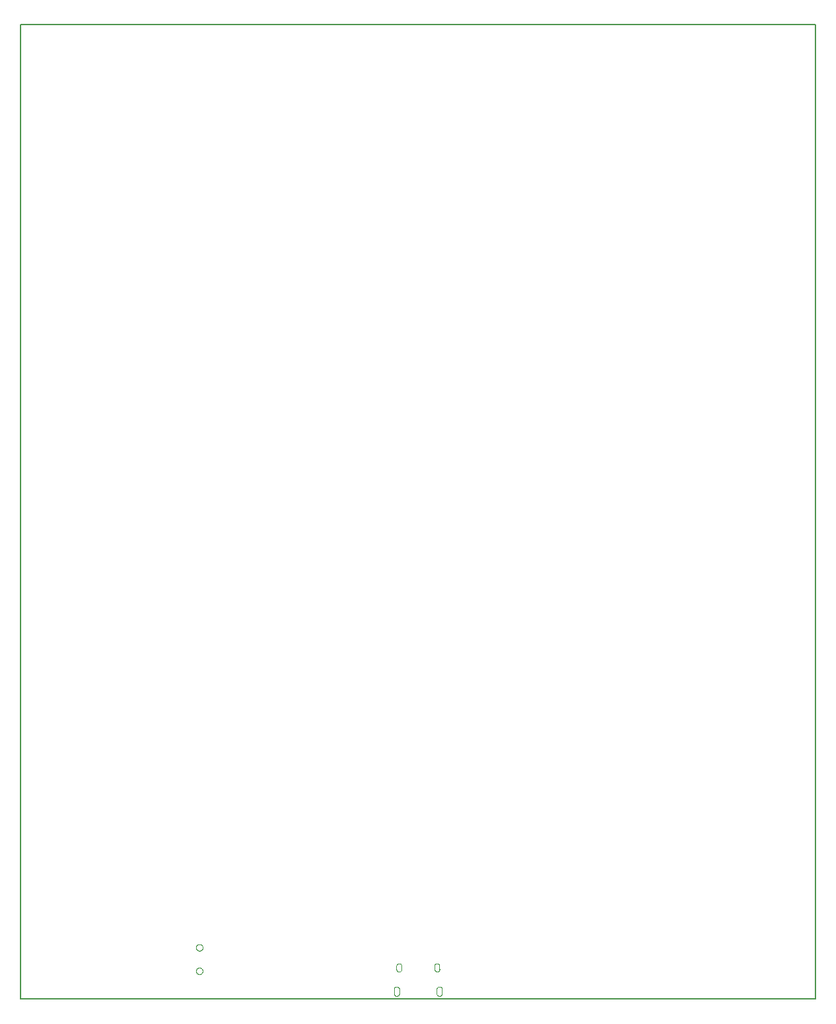
<source format=gko>
G75*
%MOIN*%
%OFA0B0*%
%FSLAX25Y25*%
%IPPOS*%
%LPD*%
%AMOC8*
5,1,8,0,0,1.08239X$1,22.5*
%
%ADD10C,0.00600*%
%ADD11C,0.00079*%
%ADD12C,0.00000*%
D10*
X0001300Y0008524D02*
X0001300Y0498524D01*
X0401300Y0498524D01*
X0401300Y0008524D01*
X0001300Y0008524D01*
D11*
X0189174Y0011221D02*
X0189174Y0013583D01*
X0189184Y0013654D01*
X0189198Y0013723D01*
X0189216Y0013792D01*
X0189237Y0013860D01*
X0189262Y0013927D01*
X0189291Y0013992D01*
X0189323Y0014056D01*
X0189358Y0014117D01*
X0189396Y0014177D01*
X0189438Y0014235D01*
X0189483Y0014290D01*
X0189530Y0014344D01*
X0189580Y0014394D01*
X0189633Y0014442D01*
X0189688Y0014487D01*
X0189746Y0014528D01*
X0189805Y0014567D01*
X0189867Y0014603D01*
X0189930Y0014635D01*
X0189996Y0014664D01*
X0190062Y0014689D01*
X0190130Y0014711D01*
X0190199Y0014729D01*
X0190268Y0014744D01*
X0190338Y0014754D01*
X0190409Y0014761D01*
X0190480Y0014765D01*
X0190551Y0014764D01*
X0190552Y0014764D02*
X0190623Y0014765D01*
X0190694Y0014761D01*
X0190765Y0014754D01*
X0190835Y0014744D01*
X0190904Y0014729D01*
X0190973Y0014711D01*
X0191041Y0014689D01*
X0191107Y0014664D01*
X0191173Y0014635D01*
X0191236Y0014603D01*
X0191298Y0014567D01*
X0191357Y0014528D01*
X0191415Y0014487D01*
X0191470Y0014442D01*
X0191523Y0014394D01*
X0191573Y0014344D01*
X0191620Y0014290D01*
X0191665Y0014235D01*
X0191707Y0014177D01*
X0191745Y0014117D01*
X0191780Y0014056D01*
X0191812Y0013992D01*
X0191841Y0013927D01*
X0191866Y0013860D01*
X0191887Y0013792D01*
X0191905Y0013723D01*
X0191919Y0013654D01*
X0191929Y0013583D01*
X0191930Y0013583D02*
X0191930Y0011221D01*
X0191929Y0011222D02*
X0191919Y0011151D01*
X0191905Y0011082D01*
X0191887Y0011013D01*
X0191866Y0010945D01*
X0191841Y0010878D01*
X0191812Y0010813D01*
X0191780Y0010749D01*
X0191745Y0010688D01*
X0191707Y0010628D01*
X0191665Y0010570D01*
X0191620Y0010515D01*
X0191573Y0010461D01*
X0191523Y0010411D01*
X0191470Y0010363D01*
X0191415Y0010318D01*
X0191357Y0010277D01*
X0191298Y0010238D01*
X0191236Y0010202D01*
X0191173Y0010170D01*
X0191107Y0010141D01*
X0191041Y0010116D01*
X0190973Y0010094D01*
X0190904Y0010076D01*
X0190835Y0010061D01*
X0190765Y0010051D01*
X0190694Y0010044D01*
X0190623Y0010040D01*
X0190552Y0010041D01*
X0190551Y0010041D02*
X0190480Y0010040D01*
X0190409Y0010044D01*
X0190338Y0010051D01*
X0190268Y0010061D01*
X0190199Y0010076D01*
X0190130Y0010094D01*
X0190062Y0010116D01*
X0189996Y0010141D01*
X0189930Y0010170D01*
X0189867Y0010202D01*
X0189805Y0010238D01*
X0189746Y0010277D01*
X0189688Y0010318D01*
X0189633Y0010363D01*
X0189580Y0010411D01*
X0189530Y0010461D01*
X0189483Y0010515D01*
X0189438Y0010570D01*
X0189396Y0010628D01*
X0189358Y0010688D01*
X0189323Y0010749D01*
X0189291Y0010813D01*
X0189262Y0010878D01*
X0189237Y0010945D01*
X0189216Y0011013D01*
X0189198Y0011082D01*
X0189184Y0011151D01*
X0189174Y0011222D01*
X0190454Y0023544D02*
X0190454Y0025119D01*
X0190453Y0025119D02*
X0190454Y0025189D01*
X0190459Y0025258D01*
X0190467Y0025327D01*
X0190479Y0025396D01*
X0190495Y0025463D01*
X0190515Y0025530D01*
X0190539Y0025596D01*
X0190566Y0025660D01*
X0190596Y0025722D01*
X0190630Y0025783D01*
X0190667Y0025842D01*
X0190708Y0025899D01*
X0190751Y0025953D01*
X0190798Y0026005D01*
X0190847Y0026054D01*
X0190899Y0026101D01*
X0190953Y0026144D01*
X0191010Y0026185D01*
X0191069Y0026222D01*
X0191130Y0026256D01*
X0191192Y0026286D01*
X0191256Y0026313D01*
X0191322Y0026337D01*
X0191389Y0026357D01*
X0191456Y0026373D01*
X0191525Y0026385D01*
X0191594Y0026393D01*
X0191663Y0026398D01*
X0191733Y0026399D01*
X0191802Y0026397D01*
X0191871Y0026391D01*
X0191940Y0026382D01*
X0192008Y0026369D01*
X0192075Y0026352D01*
X0192142Y0026332D01*
X0192207Y0026308D01*
X0192270Y0026281D01*
X0192333Y0026250D01*
X0192393Y0026216D01*
X0192451Y0026178D01*
X0192508Y0026138D01*
X0192562Y0026095D01*
X0192613Y0026048D01*
X0192662Y0025999D01*
X0192709Y0025948D01*
X0192752Y0025894D01*
X0192792Y0025837D01*
X0192830Y0025779D01*
X0192864Y0025719D01*
X0192895Y0025656D01*
X0192922Y0025593D01*
X0192946Y0025528D01*
X0192966Y0025461D01*
X0192983Y0025394D01*
X0192996Y0025326D01*
X0193005Y0025257D01*
X0193011Y0025188D01*
X0193013Y0025119D01*
X0193013Y0023544D01*
X0193017Y0023477D01*
X0193017Y0023410D01*
X0193013Y0023342D01*
X0193005Y0023276D01*
X0192994Y0023209D01*
X0192978Y0023144D01*
X0192959Y0023079D01*
X0192937Y0023016D01*
X0192911Y0022954D01*
X0192881Y0022893D01*
X0192848Y0022835D01*
X0192812Y0022778D01*
X0192772Y0022724D01*
X0192730Y0022671D01*
X0192684Y0022622D01*
X0192636Y0022575D01*
X0192585Y0022531D01*
X0192532Y0022489D01*
X0192477Y0022451D01*
X0192419Y0022417D01*
X0192360Y0022385D01*
X0192298Y0022357D01*
X0192236Y0022332D01*
X0192172Y0022311D01*
X0192107Y0022294D01*
X0192041Y0022281D01*
X0191974Y0022271D01*
X0191907Y0022265D01*
X0191840Y0022263D01*
X0191773Y0022265D01*
X0191773Y0022264D02*
X0191700Y0022267D01*
X0191628Y0022274D01*
X0191557Y0022285D01*
X0191486Y0022299D01*
X0191416Y0022317D01*
X0191347Y0022340D01*
X0191279Y0022365D01*
X0191213Y0022395D01*
X0191149Y0022428D01*
X0191086Y0022464D01*
X0191026Y0022504D01*
X0190967Y0022547D01*
X0190912Y0022593D01*
X0190858Y0022642D01*
X0190808Y0022693D01*
X0190760Y0022748D01*
X0190715Y0022805D01*
X0190674Y0022864D01*
X0190636Y0022925D01*
X0190601Y0022989D01*
X0190569Y0023054D01*
X0190542Y0023121D01*
X0190517Y0023189D01*
X0190497Y0023258D01*
X0190480Y0023329D01*
X0190467Y0023400D01*
X0190458Y0023472D01*
X0190453Y0023544D01*
X0209587Y0023544D02*
X0209587Y0025119D01*
X0209588Y0025189D01*
X0209593Y0025258D01*
X0209601Y0025327D01*
X0209613Y0025396D01*
X0209629Y0025463D01*
X0209649Y0025530D01*
X0209673Y0025596D01*
X0209700Y0025660D01*
X0209730Y0025722D01*
X0209764Y0025783D01*
X0209801Y0025842D01*
X0209842Y0025899D01*
X0209885Y0025953D01*
X0209932Y0026005D01*
X0209981Y0026054D01*
X0210033Y0026101D01*
X0210087Y0026144D01*
X0210144Y0026185D01*
X0210203Y0026222D01*
X0210264Y0026256D01*
X0210326Y0026286D01*
X0210390Y0026313D01*
X0210456Y0026337D01*
X0210523Y0026357D01*
X0210590Y0026373D01*
X0210659Y0026385D01*
X0210728Y0026393D01*
X0210797Y0026398D01*
X0210867Y0026399D01*
X0210936Y0026397D01*
X0211005Y0026391D01*
X0211074Y0026382D01*
X0211142Y0026369D01*
X0211209Y0026352D01*
X0211276Y0026332D01*
X0211341Y0026308D01*
X0211404Y0026281D01*
X0211467Y0026250D01*
X0211527Y0026216D01*
X0211585Y0026178D01*
X0211642Y0026138D01*
X0211696Y0026095D01*
X0211747Y0026048D01*
X0211796Y0025999D01*
X0211843Y0025948D01*
X0211886Y0025894D01*
X0211926Y0025837D01*
X0211964Y0025779D01*
X0211998Y0025719D01*
X0212029Y0025656D01*
X0212056Y0025593D01*
X0212080Y0025528D01*
X0212100Y0025461D01*
X0212117Y0025394D01*
X0212130Y0025326D01*
X0212139Y0025257D01*
X0212145Y0025188D01*
X0212147Y0025119D01*
X0212146Y0025119D02*
X0212146Y0023544D01*
X0212147Y0023544D02*
X0212151Y0023477D01*
X0212151Y0023410D01*
X0212147Y0023342D01*
X0212139Y0023276D01*
X0212128Y0023209D01*
X0212112Y0023144D01*
X0212093Y0023079D01*
X0212071Y0023016D01*
X0212045Y0022954D01*
X0212015Y0022893D01*
X0211982Y0022835D01*
X0211946Y0022778D01*
X0211906Y0022724D01*
X0211864Y0022671D01*
X0211818Y0022622D01*
X0211770Y0022575D01*
X0211719Y0022531D01*
X0211666Y0022489D01*
X0211611Y0022451D01*
X0211553Y0022417D01*
X0211494Y0022385D01*
X0211432Y0022357D01*
X0211370Y0022332D01*
X0211306Y0022311D01*
X0211241Y0022294D01*
X0211175Y0022281D01*
X0211108Y0022271D01*
X0211041Y0022265D01*
X0210974Y0022263D01*
X0210907Y0022265D01*
X0210907Y0022264D02*
X0210834Y0022267D01*
X0210762Y0022274D01*
X0210691Y0022285D01*
X0210620Y0022299D01*
X0210550Y0022317D01*
X0210481Y0022340D01*
X0210413Y0022365D01*
X0210347Y0022395D01*
X0210283Y0022428D01*
X0210220Y0022464D01*
X0210160Y0022504D01*
X0210101Y0022547D01*
X0210046Y0022593D01*
X0209992Y0022642D01*
X0209942Y0022693D01*
X0209894Y0022748D01*
X0209849Y0022805D01*
X0209808Y0022864D01*
X0209770Y0022925D01*
X0209735Y0022989D01*
X0209703Y0023054D01*
X0209676Y0023121D01*
X0209651Y0023189D01*
X0209631Y0023258D01*
X0209614Y0023329D01*
X0209601Y0023400D01*
X0209592Y0023472D01*
X0209587Y0023544D01*
X0210670Y0013583D02*
X0210670Y0011221D01*
X0210671Y0011222D02*
X0210681Y0011151D01*
X0210695Y0011082D01*
X0210713Y0011013D01*
X0210734Y0010945D01*
X0210759Y0010878D01*
X0210788Y0010813D01*
X0210820Y0010749D01*
X0210855Y0010688D01*
X0210893Y0010628D01*
X0210935Y0010570D01*
X0210980Y0010515D01*
X0211027Y0010461D01*
X0211077Y0010411D01*
X0211130Y0010363D01*
X0211185Y0010318D01*
X0211243Y0010277D01*
X0211302Y0010238D01*
X0211364Y0010202D01*
X0211427Y0010170D01*
X0211493Y0010141D01*
X0211559Y0010116D01*
X0211627Y0010094D01*
X0211696Y0010076D01*
X0211765Y0010061D01*
X0211835Y0010051D01*
X0211906Y0010044D01*
X0211977Y0010040D01*
X0212048Y0010041D01*
X0212049Y0010041D02*
X0212120Y0010040D01*
X0212191Y0010044D01*
X0212262Y0010051D01*
X0212332Y0010061D01*
X0212401Y0010076D01*
X0212470Y0010094D01*
X0212538Y0010116D01*
X0212604Y0010141D01*
X0212670Y0010170D01*
X0212733Y0010202D01*
X0212795Y0010238D01*
X0212854Y0010277D01*
X0212912Y0010318D01*
X0212967Y0010363D01*
X0213020Y0010411D01*
X0213070Y0010461D01*
X0213117Y0010515D01*
X0213162Y0010570D01*
X0213204Y0010628D01*
X0213242Y0010688D01*
X0213277Y0010749D01*
X0213309Y0010813D01*
X0213338Y0010878D01*
X0213363Y0010945D01*
X0213384Y0011013D01*
X0213402Y0011082D01*
X0213416Y0011151D01*
X0213426Y0011222D01*
X0213426Y0011221D02*
X0213426Y0013583D01*
X0213416Y0013654D01*
X0213402Y0013723D01*
X0213384Y0013792D01*
X0213363Y0013860D01*
X0213338Y0013927D01*
X0213309Y0013992D01*
X0213277Y0014056D01*
X0213242Y0014117D01*
X0213204Y0014177D01*
X0213162Y0014235D01*
X0213117Y0014290D01*
X0213070Y0014344D01*
X0213020Y0014394D01*
X0212967Y0014442D01*
X0212912Y0014487D01*
X0212854Y0014528D01*
X0212795Y0014567D01*
X0212733Y0014603D01*
X0212670Y0014635D01*
X0212604Y0014664D01*
X0212538Y0014689D01*
X0212470Y0014711D01*
X0212401Y0014729D01*
X0212332Y0014744D01*
X0212262Y0014754D01*
X0212191Y0014761D01*
X0212120Y0014765D01*
X0212049Y0014764D01*
X0212048Y0014764D02*
X0211977Y0014765D01*
X0211906Y0014761D01*
X0211835Y0014754D01*
X0211765Y0014744D01*
X0211696Y0014729D01*
X0211627Y0014711D01*
X0211559Y0014689D01*
X0211493Y0014664D01*
X0211427Y0014635D01*
X0211364Y0014603D01*
X0211302Y0014567D01*
X0211243Y0014528D01*
X0211185Y0014487D01*
X0211130Y0014442D01*
X0211077Y0014394D01*
X0211027Y0014344D01*
X0210980Y0014290D01*
X0210935Y0014235D01*
X0210893Y0014177D01*
X0210855Y0014117D01*
X0210820Y0014056D01*
X0210788Y0013992D01*
X0210759Y0013927D01*
X0210734Y0013860D01*
X0210713Y0013792D01*
X0210695Y0013723D01*
X0210681Y0013654D01*
X0210671Y0013583D01*
D12*
X0089627Y0022619D02*
X0089629Y0022700D01*
X0089635Y0022782D01*
X0089645Y0022863D01*
X0089659Y0022943D01*
X0089676Y0023022D01*
X0089698Y0023101D01*
X0089723Y0023178D01*
X0089752Y0023255D01*
X0089785Y0023329D01*
X0089822Y0023402D01*
X0089861Y0023473D01*
X0089905Y0023542D01*
X0089951Y0023609D01*
X0090001Y0023673D01*
X0090054Y0023735D01*
X0090110Y0023795D01*
X0090168Y0023851D01*
X0090230Y0023905D01*
X0090294Y0023956D01*
X0090360Y0024003D01*
X0090428Y0024047D01*
X0090499Y0024088D01*
X0090571Y0024125D01*
X0090646Y0024159D01*
X0090721Y0024189D01*
X0090799Y0024215D01*
X0090877Y0024238D01*
X0090956Y0024256D01*
X0091036Y0024271D01*
X0091117Y0024282D01*
X0091198Y0024289D01*
X0091280Y0024292D01*
X0091361Y0024291D01*
X0091442Y0024286D01*
X0091523Y0024277D01*
X0091604Y0024264D01*
X0091684Y0024247D01*
X0091762Y0024227D01*
X0091840Y0024202D01*
X0091917Y0024174D01*
X0091992Y0024142D01*
X0092065Y0024107D01*
X0092136Y0024068D01*
X0092206Y0024025D01*
X0092273Y0023980D01*
X0092339Y0023931D01*
X0092401Y0023879D01*
X0092461Y0023823D01*
X0092518Y0023765D01*
X0092573Y0023705D01*
X0092624Y0023641D01*
X0092672Y0023576D01*
X0092717Y0023508D01*
X0092759Y0023438D01*
X0092797Y0023366D01*
X0092832Y0023292D01*
X0092863Y0023217D01*
X0092890Y0023140D01*
X0092913Y0023062D01*
X0092933Y0022983D01*
X0092949Y0022903D01*
X0092961Y0022822D01*
X0092969Y0022741D01*
X0092973Y0022660D01*
X0092973Y0022578D01*
X0092969Y0022497D01*
X0092961Y0022416D01*
X0092949Y0022335D01*
X0092933Y0022255D01*
X0092913Y0022176D01*
X0092890Y0022098D01*
X0092863Y0022021D01*
X0092832Y0021946D01*
X0092797Y0021872D01*
X0092759Y0021800D01*
X0092717Y0021730D01*
X0092672Y0021662D01*
X0092624Y0021597D01*
X0092573Y0021533D01*
X0092518Y0021473D01*
X0092461Y0021415D01*
X0092401Y0021359D01*
X0092339Y0021307D01*
X0092273Y0021258D01*
X0092206Y0021213D01*
X0092137Y0021170D01*
X0092065Y0021131D01*
X0091992Y0021096D01*
X0091917Y0021064D01*
X0091840Y0021036D01*
X0091762Y0021011D01*
X0091684Y0020991D01*
X0091604Y0020974D01*
X0091523Y0020961D01*
X0091442Y0020952D01*
X0091361Y0020947D01*
X0091280Y0020946D01*
X0091198Y0020949D01*
X0091117Y0020956D01*
X0091036Y0020967D01*
X0090956Y0020982D01*
X0090877Y0021000D01*
X0090799Y0021023D01*
X0090721Y0021049D01*
X0090646Y0021079D01*
X0090571Y0021113D01*
X0090499Y0021150D01*
X0090428Y0021191D01*
X0090360Y0021235D01*
X0090294Y0021282D01*
X0090230Y0021333D01*
X0090168Y0021387D01*
X0090110Y0021443D01*
X0090054Y0021503D01*
X0090001Y0021565D01*
X0089951Y0021629D01*
X0089905Y0021696D01*
X0089861Y0021765D01*
X0089822Y0021836D01*
X0089785Y0021909D01*
X0089752Y0021983D01*
X0089723Y0022060D01*
X0089698Y0022137D01*
X0089676Y0022216D01*
X0089659Y0022295D01*
X0089645Y0022375D01*
X0089635Y0022456D01*
X0089629Y0022538D01*
X0089627Y0022619D01*
X0089627Y0034430D02*
X0089629Y0034511D01*
X0089635Y0034593D01*
X0089645Y0034674D01*
X0089659Y0034754D01*
X0089676Y0034833D01*
X0089698Y0034912D01*
X0089723Y0034989D01*
X0089752Y0035066D01*
X0089785Y0035140D01*
X0089822Y0035213D01*
X0089861Y0035284D01*
X0089905Y0035353D01*
X0089951Y0035420D01*
X0090001Y0035484D01*
X0090054Y0035546D01*
X0090110Y0035606D01*
X0090168Y0035662D01*
X0090230Y0035716D01*
X0090294Y0035767D01*
X0090360Y0035814D01*
X0090428Y0035858D01*
X0090499Y0035899D01*
X0090571Y0035936D01*
X0090646Y0035970D01*
X0090721Y0036000D01*
X0090799Y0036026D01*
X0090877Y0036049D01*
X0090956Y0036067D01*
X0091036Y0036082D01*
X0091117Y0036093D01*
X0091198Y0036100D01*
X0091280Y0036103D01*
X0091361Y0036102D01*
X0091442Y0036097D01*
X0091523Y0036088D01*
X0091604Y0036075D01*
X0091684Y0036058D01*
X0091762Y0036038D01*
X0091840Y0036013D01*
X0091917Y0035985D01*
X0091992Y0035953D01*
X0092065Y0035918D01*
X0092136Y0035879D01*
X0092206Y0035836D01*
X0092273Y0035791D01*
X0092339Y0035742D01*
X0092401Y0035690D01*
X0092461Y0035634D01*
X0092518Y0035576D01*
X0092573Y0035516D01*
X0092624Y0035452D01*
X0092672Y0035387D01*
X0092717Y0035319D01*
X0092759Y0035249D01*
X0092797Y0035177D01*
X0092832Y0035103D01*
X0092863Y0035028D01*
X0092890Y0034951D01*
X0092913Y0034873D01*
X0092933Y0034794D01*
X0092949Y0034714D01*
X0092961Y0034633D01*
X0092969Y0034552D01*
X0092973Y0034471D01*
X0092973Y0034389D01*
X0092969Y0034308D01*
X0092961Y0034227D01*
X0092949Y0034146D01*
X0092933Y0034066D01*
X0092913Y0033987D01*
X0092890Y0033909D01*
X0092863Y0033832D01*
X0092832Y0033757D01*
X0092797Y0033683D01*
X0092759Y0033611D01*
X0092717Y0033541D01*
X0092672Y0033473D01*
X0092624Y0033408D01*
X0092573Y0033344D01*
X0092518Y0033284D01*
X0092461Y0033226D01*
X0092401Y0033170D01*
X0092339Y0033118D01*
X0092273Y0033069D01*
X0092206Y0033024D01*
X0092137Y0032981D01*
X0092065Y0032942D01*
X0091992Y0032907D01*
X0091917Y0032875D01*
X0091840Y0032847D01*
X0091762Y0032822D01*
X0091684Y0032802D01*
X0091604Y0032785D01*
X0091523Y0032772D01*
X0091442Y0032763D01*
X0091361Y0032758D01*
X0091280Y0032757D01*
X0091198Y0032760D01*
X0091117Y0032767D01*
X0091036Y0032778D01*
X0090956Y0032793D01*
X0090877Y0032811D01*
X0090799Y0032834D01*
X0090721Y0032860D01*
X0090646Y0032890D01*
X0090571Y0032924D01*
X0090499Y0032961D01*
X0090428Y0033002D01*
X0090360Y0033046D01*
X0090294Y0033093D01*
X0090230Y0033144D01*
X0090168Y0033198D01*
X0090110Y0033254D01*
X0090054Y0033314D01*
X0090001Y0033376D01*
X0089951Y0033440D01*
X0089905Y0033507D01*
X0089861Y0033576D01*
X0089822Y0033647D01*
X0089785Y0033720D01*
X0089752Y0033794D01*
X0089723Y0033871D01*
X0089698Y0033948D01*
X0089676Y0034027D01*
X0089659Y0034106D01*
X0089645Y0034186D01*
X0089635Y0034267D01*
X0089629Y0034349D01*
X0089627Y0034430D01*
M02*

</source>
